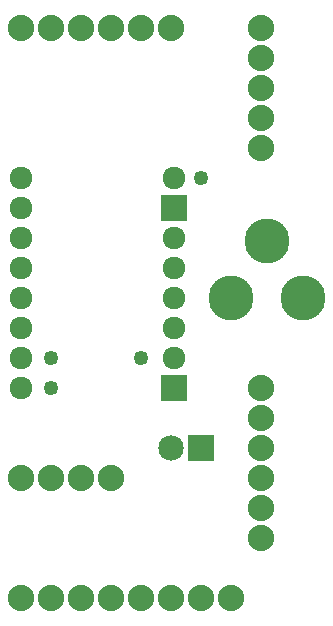
<source format=gbs>
G04 MADE WITH FRITZING*
G04 WWW.FRITZING.ORG*
G04 DOUBLE SIDED*
G04 HOLES PLATED*
G04 CONTOUR ON CENTER OF CONTOUR VECTOR*
%ASAXBY*%
%FSLAX23Y23*%
%MOIN*%
%OFA0B0*%
%SFA1.0B1.0*%
%ADD10C,0.088000*%
%ADD11C,0.049370*%
%ADD12C,0.085000*%
%ADD13C,0.150000*%
%ADD14C,0.075720*%
%ADD15R,0.085000X0.085000*%
%LNMASK0*%
G90*
G70*
G54D10*
X920Y2000D03*
X920Y1900D03*
X920Y1800D03*
X920Y1700D03*
X920Y1600D03*
G54D11*
X520Y900D03*
X720Y1500D03*
X220Y800D03*
X220Y900D03*
G54D10*
X120Y500D03*
X220Y500D03*
X320Y500D03*
X420Y500D03*
G54D12*
X720Y600D03*
X620Y600D03*
G54D10*
X120Y2000D03*
X220Y2000D03*
X320Y2000D03*
X420Y2000D03*
X520Y2000D03*
X620Y2000D03*
X820Y100D03*
X720Y100D03*
X620Y100D03*
X520Y100D03*
X420Y100D03*
X320Y100D03*
X220Y100D03*
X120Y100D03*
G54D13*
X820Y1100D03*
X1060Y1100D03*
X940Y1290D03*
G54D14*
X120Y1400D03*
X120Y1300D03*
X120Y1200D03*
X120Y1100D03*
X120Y1000D03*
X120Y900D03*
X120Y800D03*
X630Y800D03*
X120Y1500D03*
X630Y1300D03*
X630Y1200D03*
X630Y1100D03*
X630Y1000D03*
X630Y900D03*
X630Y1500D03*
X630Y1400D03*
G54D10*
X920Y800D03*
X920Y700D03*
X920Y600D03*
X920Y500D03*
X920Y400D03*
X920Y300D03*
G54D15*
X720Y600D03*
X630Y800D03*
X630Y1400D03*
G04 End of Mask0*
M02*
</source>
